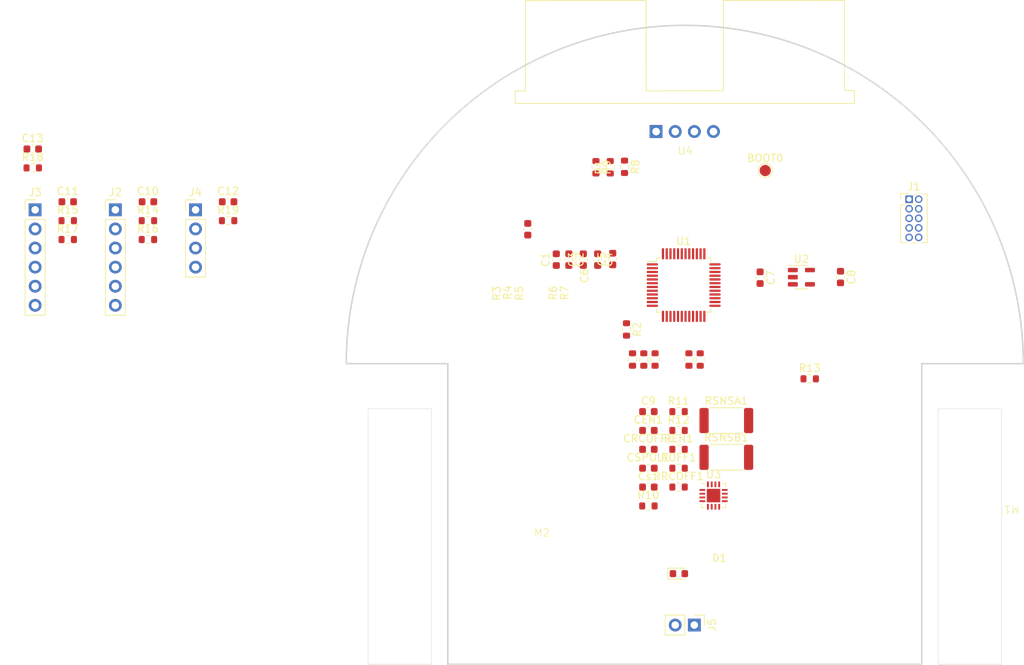
<source format=kicad_pcb>
(kicad_pcb (version 20221018) (generator pcbnew)
  (layers (0 "F.Cu" signal) (31 "B.Cu" signal) (34 "B.Paste" user) (35 "F.Paste" user) (36 "B.SilkS" user "B.Silkscreen") (37 "F.SilkS" user "F.Silkscreen") (38 "B.Mask" user) (39 "F.Mask" user) (44 "Edge.Cuts" user))
  (net 0 "")
  (net 1 "+3.3V")
  (net 2 "GND")
  (net 3 "+BATT")
  (net 4 "/mcu/IN_B2")
  (net 5 "/mcu/BOOT0")
  (net 6 "Net-(U1-PA2)")
  (net 7 "Net-(U2-EN)")
  (net 8 "Net-(U1-PA3)")
  (net 9 "/mcu/TIM15_CH2")
  (net 10 "Net-(U1-PA4)")
  (net 11 "/mcu/OUT_A4")
  (net 12 "Net-(U1-PA5)")
  (net 13 "/mcu/OUT_A5")
  (net 14 "/motor_control/STBY_RESET")
  (net 15 "Net-(U1-PB0)")
  (net 16 "/mcu/OUT_B1")
  (net 17 "Net-(U1-PB1)")
  (net 18 "Net-(U1-PB6)")
  (net 19 "/mcu/OUT_B9")
  (net 20 "Net-(U1-PB9)")
  (net 21 "/mcu/TIM3_CH1")
  (net 22 "/mcu/TIM2_CH1")
  (net 23 "/mcu/TIM3_CH2")
  (net 24 "/mcu/TIM2_CH2")
  (net 25 "/mcu/TIM8_CH2")
  (net 26 "Net-(U4-ECHO)")
  (net 32 "/mcu/~{RESET}")
  (net 44 "/mcu/SWDIO")
  (net 47 "/mcu/SWDCLK")
  (net 49 "/mcu/SWO")
  (net 52 "+3V3")
  (net 55 "Net-(CEN1-Pad1)")
  (net 56 "Net-(CRCOFF1-Pad1)")
  (net 57 "VS")
  (net 58 "Net-(CSPOL1-Pad2)")
  (net 59 "Net-(D1-A)")
  (net 60 "Net-(U3-REF)")
  (net 61 "VDD")
  (net 62 "Net-(U3-TOFF)")
  (net 63 "/motorB/MA")
  (net 64 "/motorA/MA")
  (net 66 "Net-(J2-Pin_3)")
  (net 67 "Net-(J2-Pin_4)")
  (net 68 "Net-(J3-Pin_3)")
  (net 69 "Net-(J3-Pin_4)")
  (net 70 "Net-(J4-Pin_3)")
  (net 71 "/external_uart/EXT_UART_RX")
  (net 72 "/external_uart/EXT_UART_TX")
  (footprint "Capacitor_SMD:C_0603_1608Metric" (layer "F.Cu") (at 160.01 88.565 -90)
    (fp_text reference "C7" (at 0 -1.43 90) (layer "F.SilkS"))
    (fp_text value "1uF")
    (fp_line (start -0.14058 -0.51) (end 0.14058 -0.51) (stroke (width 0.12)) (layer "F.SilkS"))
    (fp_line (start -0.14058 0.51) (end 0.14058 0.51) (stroke (width 0.12)) (layer "F.SilkS"))
    (pad "1" smd roundrect (at -0.775 0 270) (size 0.9 0.95) (layers "F.Cu" "F.Paste" "F.Mask") (net 7 "Net-(U2-EN)"))
    (pad "2" smd roundrect (at 0.775 0 270) (size 0.9 0.95) (layers "F.Cu" "F.Paste" "F.Mask") (net 2 "GND"))
  )
  (footprint "Package_QFP:LQFP-48_7x7mm_P0.5mm" (layer "F.Cu") (at 149.85 89.55)
    (fp_text reference "U1" (at 0 -5.85) (layer "F.SilkS"))
    (fp_text value "STM32F030C8Tx")
    (fp_line (start -3.61 -3.61) (end -3.61 -3.16) (stroke (width 0.12)) (layer "F.SilkS"))
    (fp_line (start -3.61 -3.16) (end -4.9 -3.16) (stroke (width 0.12)) (layer "F.SilkS"))
    (fp_line (start -3.61 3.61) (end -3.61 3.16) (stroke (width 0.12)) (layer "F.SilkS"))
    (fp_line (start -3.16 -3.61) (end -3.61 -3.61) (stroke (width 0.12)) (layer "F.SilkS"))
    (fp_line (start -3.16 3.61) (end -3.61 3.61) (stroke (width 0.12)) (layer "F.SilkS"))
    (fp_line (start 3.16 -3.61) (end 3.61 -3.61) (stroke (width 0.12)) (layer "F.SilkS"))
    (fp_line (start 3.16 3.61) (end 3.61 3.61) (stroke (width 0.12)) (layer "F.SilkS"))
    (fp_line (start 3.61 -3.61) (end 3.61 -3.16) (stroke (width 0.12)) (layer "F.SilkS"))
    (fp_line (start 3.61 3.61) (end 3.61 3.16) (stroke (width 0.12)) (layer "F.SilkS"))
    (pad "1" smd roundrect (at -4.1625 -2.75) (size 1.475 0.3) (layers "F.Cu" "F.Paste" "F.Mask") (net 1 "+3.3V"))
    (pad "2" smd roundrect (at -4.1625 -2.25) (size 1.475 0.3) (layers "F.Cu" "F.Paste" "F.Mask"))
    (pad "3" smd roundrect (at -4.1625 -1.75) (size 1.475 0.3) (layers "F.Cu" "F.Paste" "F.Mask"))
    (pad "4" smd roundrect (at -4.1625 -1.25) (size 1.475 0.3) (layers "F.Cu" "F.Paste" "F.Mask"))
    (pad "5" smd roundrect (at -4.1625 -0.75) (size 1.475 0.3) (layers "F.Cu" "F.Paste" "F.Mask"))
    (pad "6" smd roundrect (at -4.1625 -0.25) (size 1.475 0.3) (layers "F.Cu" "F.Paste" "F.Mask"))
    (pad "7" smd roundrect (at -4.1625 0.25) (size 1.475 0.3) (layers "F.Cu" "F.Paste" "F.Mask") (net 32 "/mcu/~{RESET}"))
    (pad "8" smd roundrect (at -4.1625 0.75) (size 1.475 0.3) (layers "F.Cu" "F.Paste" "F.Mask") (net 2 "GND"))
    (pad "9" smd roundrect (at -4.1625 1.25) (size 1.475 0.3) (layers "F.Cu" "F.Paste" "F.Mask") (net 1 "+3.3V"))
    (pad "10" smd roundrect (at -4.1625 1.75) (size 1.475 0.3) (layers "F.Cu" "F.Paste" "F.Mask") (net 22 "/mcu/TIM2_CH1"))
    (pad "11" smd roundrect (at -4.1625 2.25) (size 1.475 0.3) (layers "F.Cu" "F.Paste" "F.Mask") (net 24 "/mcu/TIM2_CH2"))
    (pad "12" smd roundrect (at -4.1625 2.75) (size 1.475 0.3) (layers "F.Cu" "F.Paste" "F.Mask") (net 6 "Net-(U1-PA2)"))
    (pad "13" smd roundrect (at -2.75 4.1625) (size 0.3 1.475) (layers "F.Cu" "F.Paste" "F.Mask") (net 8 "Net-(U1-PA3)"))
    (pad "14" smd roundrect (at -2.25 4.1625) (size 0.3 1.475) (layers "F.Cu" "F.Paste" "F.Mask") (net 10 "Net-(U1-PA4)"))
    (pad "15" smd roundrect (at -1.75 4.1625) (size 0.3 1.475) (layers "F.Cu" "F.Paste" "F.Mask") (net 12 "Net-(U1-PA5)"))
    (pad "16" smd roundrect (at -1.25 4.1625) (size 0.3 1.475) (layers "F.Cu" "F.Paste" "F.Mask") (net 21 "/mcu/TIM3_CH1"))
    (pad "17" smd roundrect (at -0.75 4.1625) (size 0.3 1.475) (layers "F.Cu" "F.Paste" "F.Mask") (net 23 "/mcu/TIM3_CH2"))
    (pad "18" smd roundrect (at -0.25 4.1625) (size 0.3 1.475) (layers "F.Cu" "F.Paste" "F.Mask") (net 15 "Net-(U1-PB0)"))
    (pad "19" smd roundrect (at 0.25 4.1625) (size 0.3 1.475) (layers "F.Cu" "F.Paste" "F.Mask") (net 17 "Net-(U1-PB1)"))
    (pad "20" smd roundrect (at 0.75 4.1625) (size 0.3 1.475) (layers "F.Cu" "F.Paste" "F.Mask") (net 4 "/mcu/IN_B2"))
    (pad "21" smd roundrect (at 1.25 4.1625) (size 0.3 1.475) (layers "F.Cu" "F.Paste" "F.Mask"))
    (pad "22" smd roundrect (at 1.75 4.1625) (size 0.3 1.475) (layers "F.Cu" "F.Paste" "F.Mask"))
    (pad "23" smd roundrect (at 2.25 4.1625) (size 0.3 1.475) (layers "F.Cu" "F.Paste" "F.Mask") (net 2 "GND"))
    (pad "24" smd roundrect (at 2.75 4.1625) (size 0.3 1.475) (layers "F.Cu" "F.Paste" "F.Mask") (net 1 "+3.3V"))
    (pad "25" smd roundrect (at 4.1625 2.75) (size 1.475 0.3) (layers "F.Cu" "F.Paste" "F.Mask"))
    (pad "26" smd roundrect (at 4.1625 2.25) (size 1.475 0.3) (layers "F.Cu" "F.Paste" "F.Mask"))
    (pad "27" smd roundrect (at 4.1625 1.75) (size 1.475 0.3) (layers "F.Cu" "F.Paste" "F.Mask"))
    (pad "28" smd roundrect (at 4.1625 1.25) (size 1.475 0.3) (layers "F.Cu" "F.Paste" "F.Mask"))
    (pad "29" smd roundrect (at 4.1625 0.75) (size 1.475 0.3) (layers "F.Cu" "F.Paste" "F.Mask"))
    (pad "30" smd roundrect (at 4.1625 0.25) (size 1.475 0.3) (layers "F.Cu" "F.Paste" "F.Mask"))
    (pad "31" smd roundrect (at 4.1625 -0.25) (size 1.475 0.3) (layers "F.Cu" "F.Paste" "F.Mask"))
    (pad "32" smd roundrect (at 4.1625 -0.75) (size 1.475 0.3) (layers "F.Cu" "F.Paste" "F.Mask"))
    (pad "33" smd roundrect (at 4.1625 -1.25) (size 1.475 0.3) (layers "F.Cu" "F.Paste" "F.Mask"))
    (pad "34" smd roundrect (at 4.1625 -1.75) (size 1.475 0.3) (layers "F.Cu" "F.Paste" "F.Mask") (net 44 "/mcu/SWDIO"))
    (pad "35" smd roundrect (at 4.1625 -2.25) (size 1.475 0.3) (layers "F.Cu" "F.Paste" "F.Mask"))
    (pad "36" smd roundrect (at 4.1625 -2.75) (size 1.475 0.3) (layers "F.Cu" "F.Paste" "F.Mask"))
    (pad "37" smd roundrect (at 2.75 -4.1625) (size 0.3 1.475) (layers "F.Cu" "F.Paste" "F.Mask") (net 47 "/mcu/SWDCLK"))
    (pad "38" smd roundrect (at 2.25 -4.1625) (size 0.3 1.475) (layers "F.Cu" "F.Paste" "F.Mask"))
    (pad "39" smd roundrect (at 1.75 -4.1625) (size 0.3 1.475) (layers "F.Cu" "F.Paste" "F.Mask") (net 49 "/mcu/SWO"))
    (pad "40" smd roundrect (at 1.25 -4.1625) (size 0.3 1.475) (layers "F.Cu" "F.Paste" "F.Mask"))
    (pad "41" smd roundrect (at 0.75 -4.1625) (size 0.3 1.475) (layers "F.Cu" "F.Paste" "F.Mask"))
    (pad "42" smd roundrect (at 0.25 -4.1625) (size 0.3 1.475) (layers "F.Cu" "F.Paste" "F.Mask") (net 18 "Net-(U1-PB6)"))
    (pad "43" smd roundrect (at -0.25 -4.1625) (size 0.3 1.475) (layers "F.Cu" "F.Paste" "F.Mask") (net 72 "/external_uart/EXT_UART_TX"))
    (pad "44" smd roundrect (at -0.75 -4.1625) (size 0.3 1.475) (layers "F.Cu" "F.Paste" "F.Mask") (net 5 "/mcu/BOOT0"))
    (pad "45" smd roundrect (at -1.25 -4.1625) (size 0.3 1.475) (layers "F.Cu" "F.Paste" "F.Mask") (net 25 "/mcu/TIM8_CH2"))
    (pad "46" smd roundrect (at -1.75 -4.1625) (size 0.3 1.475) (layers "F.Cu" "F.Paste" "F.Mask") (net 20 "Net-(U1-PB9)"))
    (pad "47" smd roundrect (at -2.25 -4.1625) (size 0.3 1.475) (layers "F.Cu" "F.Paste" "F.Mask") (net 2 "GND"))
    (pad "48" smd roundrect (at -2.75 -4.1625) (size 0.3 1.475) (layers "F.Cu" "F.Paste" "F.Mask") (net 1 "+3.3V"))
  )
  (footprint "Resistor_SMD:R_0603_1608Metric" (layer "F.Cu") (at 140.09 73.875 90)
    (fp_text reference "R1" (at 0 -1.43 90) (layer "F.SilkS"))
    (fp_text value "10k")
    (fp_line (start -0.237258 -0.5225) (end 0.237258 -0.5225) (stroke (width 0.12)) (layer "F.SilkS"))
    (fp_line (start -0.237258 0.5225) (end 0.237258 0.5225) (stroke (width 0.12)) (layer "F.SilkS"))
    (pad "1" smd roundrect (at -0.825 0 90) (size 0.8 0.95) (layers "F.Cu" "F.Paste" "F.Mask") (net 5 "/mcu/BOOT0"))
    (pad "2" smd roundrect (at 0.825 0 90) (size 0.8 0.95) (layers "F.Cu" "F.Paste" "F.Mask") (net 2 "GND"))
  )
  (footprint "minimouse:N20_with_encoder" (layer "F.Cu") (at 131 123)
    (fp_text reference "M2" (at 0 -0.5 unlocked) (layer "F.SilkS") (effects (font (thickness 0.1))))
    (fp_text value "N20_encoder")
    (fp_rect (start -23.1 -17) (end -14.67 17) (stroke (width 0.05)) (fill none) (layer "Edge.Cuts"))
    (pad "" np_thru_hole circle locked (at 0 -9) (size 1 1) (drill 2.2) (layers "F&B.Cu" "*.Mask"))
    (pad "" np_thru_hole circle locked (at 0 9) (size 1 1) (drill 2.2) (layers "F&B.Cu" "*.Mask"))
  )
  (footprint "Resistor_SMD:R_0603_1608Metric" (layer "F.Cu") (at 145.1625 118.93)
    (fp_text reference "R10" (at 0 -1.43) (layer "F.SilkS"))
    (fp_text value "10K")
    (fp_line (start -0.237258 -0.5225) (end 0.237258 -0.5225) (stroke (width 0.12)) (layer "F.SilkS"))
    (fp_line (start -0.237258 0.5225) (end 0.237258 0.5225) (stroke (width 0.12)) (layer "F.SilkS"))
    (pad "1" smd roundrect (at -0.825 0) (size 0.8 0.95) (layers "F.Cu" "F.Paste" "F.Mask") (net 3 "+BATT"))
    (pad "2" smd roundrect (at 0.825 0) (size 0.8 0.95) (layers "F.Cu" "F.Paste" "F.Mask") (net 60 "Net-(U3-REF)"))
  )
  (footprint "LED_SMD:LED_0603_1608Metric" (layer "F.Cu") (at 149.2125 127.94)
    (fp_text reference "D1" (at 5.385 -2.07) (layer "F.SilkS"))
    (fp_text value "LED")
    (fp_line (start -1.485 -0.735) (end -1.485 0.735) (stroke (width 0.12)) (layer "F.SilkS"))
    (fp_line (start -1.485 0.735) (end 0.8 0.735) (stroke (width 0.12)) (layer "F.SilkS"))
    (fp_line (start 0.8 -0.735) (end -1.485 -0.735) (stroke (width 0.12)) (layer "F.SilkS"))
    (pad "1" smd roundrect (at -0.7875 0) (size 0.875 0.95) (layers "F.Cu" "F.Paste" "F.Mask") (net 2 "GND"))
    (pad "2" smd roundrect (at 0.7875 0) (size 0.875 0.95) (layers "F.Cu" "F.Paste" "F.Mask") (net 59 "Net-(D1-A)"))
  )
  (footprint "Capacitor_SMD:C_0603_1608Metric" (layer "F.Cu") (at 67.975 78.47)
    (fp_text reference "C11" (at 0 -1.43) (layer "F.SilkS"))
    (fp_text value "2.2u")
    (fp_line (start -0.14058 -0.51) (end 0.14058 -0.51) (stroke (width 0.12)) (layer "F.SilkS"))
    (fp_line (start -0.14058 0.51) (end 0.14058 0.51) (stroke (width 0.12)) (layer "F.SilkS"))
    (pad "1" smd roundrect (at -0.775 0) (size 0.9 0.95) (layers "F.Cu" "F.Paste" "F.Mask") (net 3 "+BATT"))
    (pad "2" smd roundrect (at 0.775 0) (size 0.9 0.95) (layers "F.Cu" "F.Paste" "F.Mask") (net 2 "GND"))
  )
  (footprint "TestPoint:TestPoint_Pad_D1.5mm" (layer "F.Cu") (at 160.69 74.31)
    (fp_text reference "BOOT0" (at 0 -1.648) (layer "F.SilkS"))
    (fp_text value "TestPoint")
    (fp_circle (center 0 0) (end 0 0.95) (stroke (width 0.12)) (fill none) (layer "F.SilkS"))
    (pad "1" smd circle (at 0 0) (size 1.5 1.5) (layers "F.Cu" "F.Mask") (net 5 "/mcu/BOOT0"))
  )
  (footprint "Resistor_SMD:R_0603_1608Metric" (layer "F.Cu") (at 166.605 102.02)
    (fp_text reference "R13" (at 0 -1.43) (layer "F.SilkS"))
    (fp_text value "R")
    (fp_line (start -0.237258 -0.5225) (end 0.237258 -0.5225) (stroke (width 0.12)) (layer "F.SilkS"))
    (fp_line (start -0.237258 0.5225) (end 0.237258 0.5225) (stroke (width 0.12)) (layer "F.SilkS"))
    (pad "1" smd roundrect (at -0.825 0) (size 0.8 0.95) (layers "F.Cu" "F.Paste" "F.Mask") (net 1 "+3.3V"))
    (pad "2" smd roundrect (at 0.825 0) (size 0.8 0.95) (layers "F.Cu" "F.Paste" "F.Mask") (net 59 "Net-(D1-A)"))
  )
  (footprint "Resistor_SMD:R_0603_1608Metric" (layer "F.Cu") (at 78.635 80.98)
    (fp_text reference "R14" (at 0 -1.43) (layer "F.SilkS"))
    (fp_text value "100")
    (fp_line (start -0.237258 -0.5225) (end 0.237258 -0.5225) (stroke (width 0.12)) (layer "F.SilkS"))
    (fp_line (start -0.237258 0.5225) (end 0.237258 0.5225) (stroke (width 0.12)) (layer "F.SilkS"))
    (pad "1" smd roundrect (at -0.825 0) (size 0.8 0.95) (layers "F.Cu" "F.Paste" "F.Mask") (net 21 "/mcu/TIM3_CH1"))
    (pad "2" smd roundrect (at 0.825 0) (size 0.8 0.95) (layers "F.Cu" "F.Paste" "F.Mask") (net 66 "Net-(J2-Pin_3)"))
  )
  (footprint "Connector_PinHeader_2.54mm:PinHeader_1x06_P2.54mm_Vertical" (layer "F.Cu") (at 63.645 79.54)
    (fp_text reference "J3" (at 0 -2.33) (layer "F.SilkS"))
    (fp_text value "Conn_01x06")
    (fp_line (start -1.33 -1.33) (end 0 -1.33) (stroke (width 0.12)) (layer "F.SilkS"))
    (fp_line (start -1.33 0) (end -1.33 -1.33) (stroke (width 0.12)) (layer "F.SilkS"))
    (fp_line (start -1.33 1.27) (end -1.33 14.03) (stroke (width 0.12)) (layer "F.SilkS"))
    (fp_line (start -1.33 1.27) (end 1.33 1.27) (stroke (width 0.12)) (layer "F.SilkS"))
    (fp_line (start -1.33 14.03) (end 1.33 14.03) (stroke (width 0.12)) (layer "F.SilkS"))
    (fp_line (start 1.33 1.27) (end 1.33 14.03) (stroke (width 0.12)) (layer "F.SilkS"))
    (pad "1" thru_hole rect (at 0 0) (size 1.7 1.7) (drill 1) (layers "*.Cu" "*.Mask") (net 63 "/motorB/MA"))
    (pad "2" thru_hole oval (at 0 2.54) (size 1.7 1.7) (drill 1) (layers "*.Cu" "*.Mask") (net 2 "GND"))
    (pad "3" thru_hole oval (at 0 5.08) (size 1.7 1.7) (drill 1) (layers "*.Cu" "*.Mask") (net 68 "Net-(J3-Pin_3)"))
    (pad "4" thru_hole oval (at 0 7.62) (size 1.7 1.7) (drill 1) (layers "*.Cu" "*.Mask") (net 69 "Net-(J3-Pin_4)"))
    (pad "5" thru_hole oval (at 0 10.16) (size 1.7 1.7) (drill 1) (layers "*.Cu" "*.Mask") (net 1 "+3.3V"))
    (pad "6" thru_hole oval (at 0 12.7) (size 1.7 1.7) (drill 1) (layers "*.Cu" "*.Mask") (net 63 "/motorB/MA"))
  )
  (footprint "Resistor_SMD:R_0603_1608Metric" (layer "F.Cu") (at 144.55 99.45 -90)
    (fp_text reference "R4" (at -8.9 18.1 90) (layer "F.SilkS"))
    (fp_text value "100")
    (fp_line (start -0.237258 -0.5225) (end 0.237258 -0.5225) (stroke (width 0.12)) (layer "F.SilkS"))
    (fp_line (start -0.237258 0.5225) (end 0.237258 0.5225) (stroke (width 0.12)) (layer "F.SilkS"))
    (pad "1" smd roundrect (at -0.825 0 270) (size 0.8 0.95) (layers "F.Cu" "F.Paste" "F.Mask") (net 10 "Net-(U1-PA4)"))
    (pad "2" smd roundrect (at 0.825 0 270) (size 0.8 0.95) (layers "F.Cu" "F.Paste" "F.Mask") (net 11 "/mcu/OUT_A4"))
  )
  (footprint "Capacitor_SMD:C_0603_1608Metric" (layer "F.Cu") (at 138.42 86.165 -90)
    (fp_text reference "C4" (at 0 -1.43 90) (layer "F.SilkS"))
    (fp_text value "0.1uF")
    (fp_line (start -0.14058 -0.51) (end 0.14058 -0.51) (stroke (width 0.12)) (layer "F.SilkS"))
    (fp_line (start -0.14058 0.51) (end 0.14058 0.51) (stroke (width 0.12)) (layer "F.SilkS"))
    (pad "1" smd roundrect (at -0.775 0 270) (size 0.9 0.95) (layers "F.Cu" "F.Paste" "F.Mask") (net 1 "+3.3V"))
    (pad "2" smd roundrect (at 0.775 0 270) (size 0.9 0.95) (layers "F.Cu" "F.Paste" "F.Mask") (net 2 "GND"))
  )
  (footprint "Resistor_SMD:R_0603_1608Metric" (layer "F.Cu") (at 149.1725 111.4)
    (fp_text reference "REN1" (at 0 -1.43) (layer "F.SilkS"))
    (fp_text value "18K")
    (fp_line (start -0.237258 -0.5225) (end 0.237258 -0.5225) (stroke (width 0.12)) (layer "F.SilkS"))
    (fp_line (start -0.237258 0.5225) (end 0.237258 0.5225) (stroke (width 0.12)) (layer "F.SilkS"))
    (pad "1" smd roundrect (at -0.825 0) (size 0.8 0.95) (layers "F.Cu" "F.Paste" "F.Mask") (net 16 "/mcu/OUT_B1"))
    (pad "2" smd roundrect (at 0.825 0) (size 0.8 0.95) (layers "F.Cu" "F.Paste" "F.Mask") (net 55 "Net-(CEN1-Pad1)"))
  )
  (footprint "Resistor_SMD:R_0603_1608Metric" (layer "F.Cu") (at 138.19 73.875 -90)
    (fp_text reference "R9" (at 0 -1.43 90) (layer "F.SilkS"))
    (fp_text value "100")
    (fp_line (start -0.237258 -0.5225) (end 0.237258 -0.5225) (stroke (width 0.12)) (layer "F.SilkS"))
    (fp_line (start -0.237258 0.5225) (end 0.237258 0.5225) (stroke (width 0.12)) (layer "F.SilkS"))
    (pad "1" smd roundrect (at -0.825 0 270) (size 0.8 0.95) (layers "F.Cu" "F.Paste" "F.Mask") (net 19 "/mcu/OUT_B9"))
    (pad "2" smd roundrect (at 0.825 0 270) (size 0.8 0.95) (layers "F.Cu" "F.Paste" "F.Mask") (net 20 "Net-(U1-PB9)"))
  )
  (footprint "minimouse:HC-SR04" (layer "F.Cu") (at 150 69.125)
    (fp_text reference "U4" (at 0.06 2.57 unlocked) (layer "F.SilkS") (effects (font (thickness 0.1))))
    (fp_text value "HC-SR04")
    (fp_line (start -22.54 -5.41) (end -22.54 -3.75) (stroke (width 0.1)) (layer "F.SilkS"))
    (fp_line (start -22.54 -3.75) (end 22.54 -3.73) (stroke (width 0.1)) (layer "F.SilkS"))
    (fp_line (start -21.18 -17.41) (end -21.17 -5.41) (stroke (width 0.1)) (layer "F.SilkS"))
    (fp_line (start -21.17 -5.41) (end -22.54 -5.41) (stroke (width 0.1)) (layer "F.SilkS"))
    (fp_line (start -5.13 -17.42) (end -21.18 -17.41) (stroke (width 0.1)) (layer "F.SilkS"))
    (fp_line (start -5.12 -5.42) (end -5.13 -17.42) (stroke (width 0.1)) (layer "F.SilkS"))
    (fp_line (start 5.12 -17.44) (end 5.14 -5.43) (stroke (width 0.1)) (layer "F.SilkS"))
    (fp_line (start 5.14 -5.43) (end -5.12 -5.42) (stroke (width 0.1)) (layer "F.SilkS"))
    (fp_line (start 21.21 -17.45) (end 5.12 -17.44) (stroke (width 0.1)) (layer "F.SilkS"))
    (fp_line (start 21.21 -5.45) (end 21.21 -17.45) (stroke (width 0.1)) (layer "F.SilkS"))
    (fp_line (start 22.53 -5.45) (end 21.21 -5.45) (stroke (width 0.1)) (layer "F.SilkS"))
    (fp_line (start 22.54 -3.73) (end 22.53 -5.45) (stroke (width 0.1)) (layer "F.SilkS"))
    (pad "1" thru_hole rect locked (at -3.81 0 90) (size 1.7 1.7) (drill 1) (layers "*.Cu" "*.Mask") (net 2 "GND"))
    (pad "2" thru_hole oval locked (at -1.27 0 90) (size 1.7 1.7) (drill 1) (layers "*.Cu" "*.Mask") (net 19 "/mcu/OUT_B9"))
    (pad "3" thru_hole oval locked (at 1.27 0 90) (size 1.7 1.7) (drill 1) (layers "*.Cu" "*.Mask") (net 26 "Net-(U4-ECHO)"))
    (pad "4" thru_hole oval locked (at 3.81 0 90) (size 1.7 1.7) (drill 1) (layers "*.Cu" "*.Mask") (net 52 "+3V3"))
  )
  (footprint "Package_DFN_QFN:VQFN-16-1EP_3x3mm_P0.5mm_EP1.8x1.8mm" (layer "F.Cu") (at 153.8225 117.55)
    (fp_text reference "U3" (at 0 -2.82) (layer "F.SilkS"))
    (fp_text value "STSPIN240")
    (fp_line (start -1.61 1.61) (end -1.61 1.135) (stroke (width 0.12)) (layer "F.SilkS"))
    (fp_line (start -1.135 -1.61) (end -1.61 -1.61) (stroke (width 0.12)) (layer "F.SilkS"))
    (fp_line (start -1.135 1.61) (end -1.61 1.61) (stroke (width 0.12)) (layer "F.SilkS"))
    (fp_line (start 1.135 -1.61) (end 1.61 -1.61) (stroke (width 0.12)) (layer "F.SilkS"))
    (fp_line (start 1.135 1.61) (end 1.61 1.61) (stroke (width 0.12)) (layer "F.SilkS"))
    (fp_line (start 1.61 -1.61) (end 1.61 -1.135) (stroke (width 0.12)) (layer "F.SilkS"))
    (fp_line (start 1.61 1.61) (end 1.61 1.135) (stroke (width 0.12)) (layer "F.SilkS"))
    (pad "1" smd roundrect (at -1.4875 -0.75) (size 0.775 0.25) (layers "F.Cu" "F.Paste" "F.Mask") (net 11 "/mcu/OUT_A4"))
    (pad "2" smd roundrect (at -1.4875 -0.25) (size 0.775 0.25) (layers "F.Cu" "F.Paste" "F.Mask") (net 11 "/mcu/OUT_A4"))
    (pad "3" smd roundrect (at -1.4875 0.25) (size 0.775 0.25) (layers "F.Cu" "F.Paste" "F.Mask") (net 63 "/motorB/MA"))
    (pad "4" smd roundrect (at -1.4875 0.75) (size 0.775 0.25) (layers "F.Cu" "F.Paste" "F.Mask") (net 63 "/motorB/MA"))
    (pad "5" smd roundrect (at -0.75 1.4875) (size 0.25 0.775) (layers "F.Cu" "F.Paste" "F.Mask") (net 63 "/motorB/MA"))
    (pad "6" smd roundrect (at -0.25 1.4875) (size 0.25 0.775) (layers "F.Cu" "F.Paste" "F.Mask") (net 57 "VS"))
    (pad "7" smd roundrect (at 0.25 1.4875) (size 0.25 0.775) (layers "F.Cu" "F.Paste" "F.Mask") (net 2 "GND"))
    (pad "8" smd roundrect (at 0.75 1.4875) (size 0.25 0.775) (layers "F.Cu" "F.Paste" "F.Mask") (net 64 "/motorA/MA"))
    (pad "9" smd roundrect (at 1.4875 0.75) (size 0.775 0.25) (layers "F.Cu" "F.Paste" "F.Mask") (net 64 "/motorA/MA"))
    (pad "10" smd roundrect (at 1.4875 0.25) (size 0.775 0.25) (layers "F.Cu" "F.Paste" "F.Mask") (net 64 "/motorA/MA"))
    (pad "11" smd roundrect (at 1.4875 -0.25) (size 0.775 0.25) (layers "F.Cu" "F.Paste" "F.Mask") (net 60 "Net-(U3-REF)"))
    (pad "12" smd roundrect (at 1.4875 -0.75) (size 0.775 0.25) (layers "F.Cu" "F.Paste" "F.Mask") (net 62 "Net-(U3-TOFF)"))
    (pad "13" smd roundrect (at 0.75 -1.4875) (size 0.25 0.775) (layers "F.Cu" "F.Paste" "F.Mask") (net 4 "/mcu/IN_B2"))
    (pad "14" smd roundrect (at 0.25 -1.4875) (size 0.25 0.775) (layers "F.Cu" "F.Paste" "F.Mask") (net 14 "/motor_control/STBY_RESET"))
    (pad "15" smd roundrect (at -0.25 -1.4875) (size 0.25 0.775) (layers "F.Cu" "F.Paste" "F.Mask") (net 13 "/mcu/OUT_A5"))
    (pad "16" smd roundrect (at -0.75 -1.4875) (size 0.25 0.775) (layers "F.Cu" "F.Paste" "F.Mask") (net 9 "/mcu/TIM15_CH2"))
    (pad "17" smd rect (at 0 0) (size 1.8 1.8) (layers "F.Cu" "F.Mask") (net 2 "GND"))
  )
  (footprint "Resistor_SMD:R_0603_1608Metric" (layer "F.Cu") (at 67.975 80.98)
    (fp_text reference "R15" (at 0 -1.43) (layer "F.SilkS"))
    (fp_text value "100")
    (fp_line (start -0.237258 -0.5225) (end 0.237258 -0.5225) (stroke (width 0.12)) (layer "F.SilkS"))
    (fp_line (start -0.237258 0.5225) (end 0.237258 0.5225) (stroke (width 0.12)) (layer "F.SilkS"))
    (pad "1" smd roundrect (at -0.825 0) (size 0.8 0.95) (layers "F.Cu" "F.Paste" "F.Mask") (net 22 "/mcu/TIM2_CH1"))
    (pad "2" smd roundrect (at 0.825 0) (size 0.8 0.95) (layers "F.Cu" "F.Paste" "F.Mask") (net 68 "Net-(J3-Pin_3)"))
  )
  (footprint "Capacitor_SMD:C_0603_1608Metric" (layer "F.Cu") (at 140.42 86.085 90)
    (fp_text reference "C5" (at 0 -1.43 90) (layer "F.SilkS"))
    (fp_text value "0.1uF")
    (fp_line (start -0.14058 -0.51) (end 0.14058 -0.51) (stroke (width 0.12)) (layer "F.SilkS"))
    (fp_line (start -0.14058 0.51) (end 0.14058 0.51) (stroke (width 0.12)) (layer "F.SilkS"))
    (pad "1" smd roundrect (at -0.775 0 90) (size 0.9 0.95) (layers "F.Cu" "F.Paste" "F.Mask") (net 1 "+3.3V"))
    (pad "2" smd roundrect (at 0.775 0 90) (size 0.9 0.95) (layers "F.Cu" "F.Paste" "F.Mask") (net 2 "GND"))
  )
  (footprint "minimouse:N20_with_encoder" (layer "F.Cu") (at 169 123 180)
    (fp_text reference "M1" (at -24.45 3.6 180 unlocked) (layer "F.SilkS") (effects (font (thickness 0.1))))
    (fp_text value "N20_encoder")
    (fp_rect (start -23.1 -17) (end -14.67 17) (stroke (width 0.05)) (fill none) (layer "Edge.Cuts"))
    (pad "" np_thru_hole circle locked (at 0 -9 180) (size 1 1) (drill 2.2) (layers "F&B.Cu" "*.Mask"))
    (pad "" np_thru_hole circle locked (at 0 9 180) (size 1 1) (drill 2.2) (layers "F&B.Cu" "*.Mask"))
  )
  (footprint "Resistor_SMD:R_0603_1608Metric" (layer "F.Cu") (at 89.295 80.98)
    (fp_text reference "R19" (at 0 -1.43) (layer "F.SilkS"))
    (fp_text value "100")
    (fp_line (start -0.237258 -0.5225) (end 0.237258 -0.5225) (stroke (width 0.12)) (layer "F.SilkS"))
    (fp_line (start -0.237258 0.5225) (end 0.237258 0.5225) (stroke (width 0.12)) (layer "F.SilkS"))
    (pad "1" smd roundrect (at -0.825 0) (size 0.8 0.95) (layers "F.Cu" "F.Paste" "F.Mask") (net 72 "/external_uart/EXT_UART_TX"))
    (pad "2" smd roundrect (at 0.825 0) (size 0.8 0.95) (layers "F.Cu" "F.Paste" "F.Mask") (net 70 "Net-(J4-Pin_3)"))
  )
  (footprint "Resistor_SMD:R_0603_1608Metric" (layer "F.Cu") (at 149.1725 113.91)
    (fp_text reference "ROFF1" (at 0 -1.43) (layer "F.SilkS"))
    (fp_text value "47K")
    (fp_line (start -0.237258 -0.5225) (end 0.237258 -0.5225) (stroke (width 0.12)) (layer "F.SilkS"))
    (fp_line (start -0.237258 0.5225) (end 0.237258 0.5225) (stroke (width 0.12)) (layer "F.SilkS"))
    (pad "1" smd roundrect (at -0.825 0) (size 0.8 0.95) (layers "F.Cu" "F.Paste" "F.Mask") (net 62 "Net-(U3-TOFF)"))
    (pad "2" smd roundrect (at 0.825 0) (size 0.8 0.95) (layers "F.Cu" "F.Paste" "F.Mask") (net 2 "GND"))
  )
  (footprint "Resistor_SMD:R_0603_1608Metric" (layer "F.Cu") (at 63.325 73.96)
    (fp_text reference "R18" (at 0 -1.43) (layer "F.SilkS"))
    (fp_text value "100")
    (fp_line (start -0.237258 -0.5225) (end 0.237258 -0.5225) (stroke (width 0.12)) (layer "F.SilkS"))
    (fp_line (start -0.237258 0.5225) (end 0.237258 0.5225) (stroke (width 0.12)) (layer "F.SilkS"))
    (pad "1" smd roundrect (at -0.825 0) (size 0.8 0.95) (layers "F.Cu" "F.Paste" "F.Mask") (net 25 "/mcu/TIM8_CH2"))
    (pad "2" smd roundrect (at 0.825 0) (size 0.8 0.95) (layers "F.Cu" "F.Paste" "F.Mask") (net 26 "Net-(U4-ECHO)"))
  )
  (footprint "Resistor_SMD:R_2512_6332Metric" (layer "F.Cu") (at 155.5225 107.57)
    (fp_text reference "RSNSA1" (at 0 -2.62) (layer "F.SilkS"))
    (fp_text value "330 m")
    (fp_line (start -2.177064 -1.71) (end 2.177064 -1.71) (stroke (width 0.12)) (layer "F.SilkS"))
    (fp_line (start -2.177064 1.71) (end 2.177064 1.71) (stroke (width 0.12)) (layer "F.SilkS"))
    (pad "1" smd roundrect (at -2.9625 0) (size 1.225 3.35) (layers "F.Cu" "F.Paste" "F.Mask") (roundrect_rratio 0.204082) (net 63 "/motorB/MA"))
    (pad "2" smd roundrect (at 2.9625 0) (size 1.225 3.35) (layers "F.Cu" "F.Paste" "F.Mask") (roundrect_rratio 0.204082) (net 2 "GND"))
  )
  (footprint "Connector_PinHeader_2.54mm:PinHeader_1x02_P2.54mm_Vertical" (layer "F.Cu") (at 151.27 134.775 -90)
    (fp_text reference "J5" (at 0 -2.33 90) (layer "F.SilkS"))
    (fp_text value "Conn_01x02")
    (fp_line (start -1.33 -1.33) (end 0 -1.33) (stroke (width 0.12)) (layer "F.SilkS"))
    (fp_line (start -1.33 0) (end -1.33 -1.33) (stroke (width 0.12)) (layer "F.SilkS"))
    (fp_line (start -1.33 1.27) (end -1.33 3.87) (stroke (width 0.12)) (layer "F.SilkS"))
    (fp_line (start -1.33 1.27) (end 1.33 1.27) (stroke (width 0.12)) (layer "F.SilkS"))
    (fp_line (start -1.33 3.87) (end 1.33 3.87) (stroke (width 0.12)) (layer "F.SilkS"))
    (fp_line (start 1.33 1.27) (end 1.33 3.87) (stroke (width 0.12)) (layer "F.SilkS"))
    (pad "1" thru_hole rect locked (at 0 0 270) (size 1.7 1.7) (drill 1) (layers "*.Cu" "*.Mask") (net 2 "GND"))
    (pad "2" thru_hole oval locked (at 0 2.54 270) (size 1.7 1.7) (drill 1) (layers "*.Cu" "*.Mask") (net 3 "+BATT"))
  )
  (footprint "Capacitor_SMD:C_0603_1608Metric" (layer "F.Cu") (at 145.1625 108.89)
    (fp_text reference "CEN1" (at 0 -1.43) (layer "F.SilkS"))
    (fp_text value "10nF")
    (fp_line (start -0.14058 -0.51) (end 0.14058 -0.51) (stroke (width 0.12)) (layer "F.SilkS"))
    (fp_line (start -0.14058 0.51) (end 0.14058 0.51) (stroke (width 0.12)) (layer "F.SilkS"))
    (pad "1" smd roundrect (at -0.775 0) (size 0.9 0.95) (layers "F.Cu" "F.Paste" "F.Mask") (net 55 "Net-(CEN1-Pad1)"))
    (pad "2" smd roundrect (at 0.775 0) (size 0.9 0.95) (layers "F.Cu" "F.Paste" "F.Mask") (net 2 "GND"))
  )
  (footprint "Capacitor_SMD:C_0603_1608Metric" (layer "F.Cu") (at 78.635 78.47)
    (fp_text reference "C10" (at 0 -1.43) (layer "F.SilkS"))
    (fp_text value "2.2u")
    (fp_line (start -0.14058 -0.51) (end 0.14058 -0.51) (stroke (width 0.12)) (layer "F.SilkS"))
    (fp_line (start -0.14058 0.51) (end 0.14058 0.51) (stroke (width 0.12)) (layer "F.SilkS"))
    (pad "1" smd roundrect (at -0.775 0) (size 0.9 0.95) (layers "F.Cu" "F.Paste" "F.Mask") (net 3 "+BATT"))
    (pad "2" smd roundrect (at 0.775 0) (size 0.9 0.95) (layers "F.Cu" "F.Paste" "F.Mask") (net 2 "GND"))
  )
  (footprint "Capacitor_SMD:C_0603_1608Metric" (layer "F.Cu") (at 136.51 86.165 90)
    (fp_text reference "C3" (at 0 -1.43 90) (layer "F.SilkS"))
    (fp_text value "0.1uF")
    (fp_line (start -0.14058 -0.51) (end 0.14058 -0.51) (stroke (width 0.12)) (layer "F.SilkS"))
    (fp_line (start -0.14058 0.51) (end 0.14058 0.51) (stroke (width 0.12)) (layer "F.SilkS"))
    (pad "1" smd roundrect (at -0.775 0 90) (size 0.9 0.95) (layers "F.Cu" "F.Paste" "F.Mask") (net 1 "+3.3V"))
    (pad "2" smd roundrect (at 0.775 0 90) (size 0.9 0.95) (layers "F.Cu" "F.Paste" "F.Mask") (net 2 "GND"))
  )
  (footprint "Resistor_SMD:R_0603_1608Metric" (layer "F.Cu") (at 141.99 73.815 -90)
    (fp_text reference "R8" (at 0 -1.43 90) (layer "F.SilkS"))
    (fp_text value "100")
    (fp_line (start -0.237258 -0.5225) (end 0.237258 -0.5225) (stroke (width 0.12)) (layer "F.SilkS"))
    (fp_line (start -0.237258 0.5225) (end 0.237258 0.5225) (stroke (width 0.12)) (layer "F.SilkS"))
    (pad "1" smd roundrect (at -0.825 0 270) (size 0.8 0.95) (layers "F.Cu" "F.Paste" "F.Mask") (net 71 "/external_uart/EXT_UART_RX"))
    (pad "2" smd roundrect (at 0.825 0 270) (size 0.8 0.95) (layers "F.Cu" "F.Paste" "F.Mask") (net 18 "Net-(U1-PB6)"))
  )
  (footprint "Capacitor_SMD:C_0603_1608Metric" (layer "F.Cu") (at 63.325 71.45)
    (fp_text reference "C13" (at 0 -1.43) (layer "F.SilkS"))
    (fp_text value "2.2u")
    (fp_line (start -0.14058 -0.51) (end 0.14058 -0.51) (stroke (width 0.12)) (layer "F.SilkS"))
    (fp_line (start -0.14058 0.51) (end 0.14058 0.51) (stroke (width 0.12)) (layer "F.SilkS"))
    (pad "1" smd roundrect (at -0.775 0) (size 0.9 0.95) (layers "F.Cu" "F.Paste" "F.Mask") (net 1 "+3.3V"))
    (pad "2" smd roundrect (at 0.775 0) (size 0.9 0.95) (layers "F.Cu" "F.Paste" "F.Mask") (net 2 "GND"))
  )
  (footprint "Resistor_SMD:R_0603_1608Metric" (layer "F.Cu") (at 149.1725 108.89)
    (fp_text reference "R12" (at 0 -1.43) (layer "F.SilkS"))
    (fp_text value "R")
    (fp_line (start -0.237258 -0.5225) (end 0.237258 -0.5225) (stroke (width 0.12)) (layer "F.SilkS"))
    (fp_line (start -0.237258 0.5225) (end 0.237258 0.5225) (stroke (width 0.12)) (layer "F.SilkS"))
    (pad "1" smd roundrect (at -0.825 0) (size 0.8 0.95) (layers "F.Cu" "F.Paste" "F.Mask") (net 61 "VDD"))
    (pad "2" smd roundrect (at 0.825 0) (size 0.8 0.95) (layers "F.Cu" "F.Paste" "F.Mask") (net 14 "/motor_control/STBY_RESET"))
  )
  (footprint "Resistor_SMD:R_0603_1608Metric" (layer "F.Cu") (at 152.05 99.45 90)
    (fp_text reference "R7" (at 8.85 -18.05 90) (layer "F.SilkS"))
    (fp_text value "100")
    (fp_line (start -0.237258 -0.5225) (end 0.237258 -0.5225) (stroke (width 0.12)) (layer "F.SilkS"))
    (fp_line (start -0.237258 0.5225) (end 0.237258 0.5225) (stroke (width 0.12)) (layer "F.SilkS"))
    (pad "1" smd roundrect (at -0.825 0 90) (size 0.8 0.95) (layers "F.Cu" "F.Paste" "F.Mask") (net 16 "/mcu/OUT_B1"))
    (pad "2" smd roundrect (at 0.825 0 90) (size 0.8 0.95) (layers "F.Cu" "F.Paste" "F.Mask") (net 17 "Net-(U1-PB1)"))
  )
  (footprint "Resistor_SMD:R_0603_1608Metric" (layer "F.Cu") (at 142.25 95.45 -90)
    (fp_text reference "R2" (at 0 -1.43 -270) (layer "F.SilkS"))
    (fp_text value "100")
    (fp_line (start -0.237258 -0.5225) (end 0.237258 -0.5225) (stroke (width 0.12)) (layer "F.SilkS"))
    (fp_line (start -0.237258 0.5225) (end 0.237258 0.5225) (stroke (width 0.12)) (layer "F.SilkS"))
    (pad "1" smd roundrect (at -0.825 0 270) (size 0.8 0.95) (layers "F.Cu" "F.Paste" "F.Mask") (net 6 "Net-(U1-PA2)"))
    (pad "2" smd roundrect (at 0.825 0 270) (size 0.8 0.95) (layers "F.Cu" "F.Paste" "F.Mask") (net 11 "/mcu/OUT_A4"))
  )
  (footprint "Capacitor_SMD:C_0603_1608Metric" (layer "F.Cu") (at 145.1625 116.42)
    (fp_text reference "Cs1" (at 0 -1.43) (layer "F.SilkS"))
    (fp_text value "2.2uF")
    (fp_line (start -0.14058 -0.51) (end 0.14058 -0.51) (stroke (width 0.12)) (layer "F.SilkS"))
    (fp_line (start -0.14058 0.51) (end 0.14058 0.51) (stroke (width 0.12)) (layer "F.SilkS"))
    (pad "1" smd roundrect (at -0.775 0) (size 0.9 0.95) (layers "F.Cu" "F.Paste" "F.Mask") (net 57 "VS"))
    (pad "2" smd roundrect (at 0.775 0) (size 0.9 0.95) (layers "F.Cu" "F.Paste" "F.Mask") (net 58 "Net-(CSPOL1-Pad2)"))
  )
  (footprint "minimouse:HC-SR04" (layer "F.Cu") (at 150 69.125)
    (fp_text reference "U4" (at 0.06 2.57 unlocked) (layer "F.SilkS") (effects (font (thickness 0.1))))
    (fp_text value "HC-SR04")
    (fp_line (start -22.54 -5.41) (end -22.54 -3.75) (stroke (width 0.1)) (layer "F.SilkS"))
    (fp_line (start -22.54 -3.75) (end 22.54 -3.73) (stroke (width 0.1)) (layer "F.SilkS"))
    (fp_line (start -21.18 -17.41) (end -21.17 -5.41) (stroke (width 0.1)) (layer "F.SilkS"))
    (fp_line (start -21.17 -5.41) (end -22.54 -5.41) (stroke (width 0.1)) (layer "F.SilkS"))
    (fp_line (start -5.13 -17.42) (end -21.18 -17.41) (stroke (width 0.1)) (layer "F.SilkS"))
    (fp_line (start -5.12 -5.42) (end -5.13 -17.42) (stroke (width 0.1)) (layer "F.SilkS"))
    (fp_line (start 5.12 -17.44) (end 5.14 -5.43) (stroke (width 0.1)) (layer "F.SilkS"))
    (fp_line (start 5.14 -5.43) (end -5.12 -5.42) (stroke (width 0.1)) (layer "F.SilkS"))
    (fp_line (start 21.21 -17.45) (end 5.12 -17.44) (stroke (width 0.1)) (layer "F.SilkS"))
    (fp_line (start 21.21 -5.45) (end 21.21 -17.45) (stroke (width 0.1)) (layer "F.SilkS"))
    (fp_line (start 22.53 -5.45) (end 21.21 -5.45) (stroke (width 0.1)) (layer "F.SilkS"))
    (fp_line (start 22.54 -3.73) (end 22.53 -5.45) (stroke (width 0.1)) (layer "F.SilkS"))
    (pad "1" thru_hole rect (at -3.81 0 90) (size 1.7 1.7) (drill 1) (layers "*.Cu" "*.Mask") (net 2 "GND"))
    (pad "2" thru_hole oval (at -1.27 0 90) (size 1.7 1.7) (drill 1) (layers "*.Cu" "*.Mask") (net 19 "/mcu/OUT_B9"))
    (pad "3" thru_hole oval (at 1.27 0 90) (size 1.7 1.7) (drill 1) (layers "*.Cu" "*.Mask") (net 26 "Net-(U4-ECHO)"))
    (pad "4" thru_hole oval (at 3.81 0 90) (size 1.7 1.7) (drill 1) (layers "*.Cu" "*.Mask") (net 1 "+3.3V"))
  )
  (footprint "Resistor_SMD:R_0603_1608Metric" (layer "F.Cu") (at 143.05 99.45 -90)
    (fp_text reference "R3" (at -8.8 18.05 90) (layer "F.SilkS"))
    (fp_text value "100")
    (fp_line (start -0.237258 -0.5225) (end 0.237258 -0.5225) (stroke (width 0.12)) (layer "F.SilkS"))
    (fp_line (start -0.237258 0.5225) (end 0.237258 0.5225) (stroke (width 0.12)) (layer "F.SilkS"))
    (pad "1" smd roundrect (at -0.825 0 270) (size 0.8 0.95) (layers "F.Cu" "F.Paste" "F.Mask") (net 8 "Net-(U1-PA3)"))
    (pad "2" smd roundrect (at 0.825 0 270) (size 0.8 0.95) (layers "F.Cu" "F.Paste" "F.Mask") (net 9 "/mcu/TIM15_CH2"))
  )
  (footprint "Capacitor_SMD:C_0603_1608Metric" (layer "F.Cu") (at 134.59 86.165 -90)
    (fp_text reference "C2" (at 0 -1.43 90) (layer "F.SilkS"))
    (fp_text value "0.1uF")
    (fp_line (start -0.14058 -0.51) (end 0.14058 -0.51) (stroke (width 0.12)) (layer "F.SilkS"))
    (fp_line (start -0.14058 0.51) (end 0.14058 0.51) (stroke (width 0.12)) (layer "F.SilkS"))
    (pad "1" smd roundrect (at -0.775 0 270) (size 0.9 0.95) (layers "F.Cu" "F.Paste" "F.Mask") (net 1 "+3.3V"))
    (pad "2" smd roundrect (at 0.775 0 270) (size 0.9 0.95) (layers "F.Cu" "F.Paste" "F.Mask") (net 2 "GND"))
  )
  (footprint "Capacitor_SMD:C_0603_1608Metric" (layer "F.Cu") (at 132.92 86.165 90)
    (fp_text reference "C1" (at 0 -1.43 90) (layer "F.SilkS"))
    (fp_text value "2.2uF")
    (fp_line (start -0.14058 -0.51) (end 0.14058 -0.51) (stroke (width 0.12)) (layer "F.SilkS"))
    (fp_line (start -0.14058 0.51) (end 0.14058 0.51) (stroke (width 0.12)) (layer "F.SilkS"))
    (pad "1" smd roundrect (at -0.775 0 90) (size 0.9 0.95) (layers "F.Cu" "F.Paste" "F.Mask") (net 1 "+3.3V"))
    (pad "2" smd roundrect (at 0.775 0 90) (size 0.9 0.95) (layers "F.Cu" "F.Paste" "F.Mask") (net 2 "GND"))
  )
  (footprint "Capacitor_SMD:C_0603_1608Metric" (layer "F.Cu") (at 145.1625 113.91)
    (fp_text reference "CSPOL1" (at 0 -1.43) (layer "F.SilkS"))
    (fp_text value "22uF")
    (fp_line (start -0.14058 -0.51) (end 0.14058 -0.51) (stroke (width 0.12)) (layer "F.SilkS"))
    (fp_line (start -0.14058 0.51) (end 0.14058 0.51) (stroke (width 0.12)) (layer "F.SilkS"))
    (pad "1" smd roundrect (at -0.775 0) (size 0.9 0.95) (layers "F.Cu" "F.Paste" "F.Mask") (net 57 "VS"))
    (pad "2" smd roundrect (at 0.775 0) (size 0.9 0.95) (layers "F.Cu" "F.Paste" "F.Mask") (net 58 "Net-(CSPOL1-Pad2)"))
  )
  (footprint "Capacitor_SMD:C_0603_1608Metric" (layer "F.Cu") (at 89.295 78.47)
    (fp_text reference "C12" (at 0 -1.43) (layer "F.SilkS"))
    (fp_text value "C")
    (fp_line (start -0.14058 -0.51) (end 0.14058 -0.51) (stroke (width 0.12)) (layer "F.SilkS"))
    (fp_line (start -0.14058 0.51) (end 0.14058 0.51) (stroke (width 0.12)) (layer "F.SilkS"))
    (pad "1" smd roundrect (at -0.775 0) (size 0.9 0.95) (layers "F.Cu" "F.Paste" "F.Mask") (net 3 "+BATT"))
    (pad "2" smd roundrect (at 0.775 0) (size 0.9 0.95) (layers "F.Cu" "F.Paste" "F.Mask") (net 2 "GND"))
  )
  (footprint "Resistor_SMD:R_0603_1608Metric" (layer "F.Cu") (at 146.05 99.45 -90)
    (fp_text reference "R5" (at -8.8 18.05 90) (layer "F.SilkS"))
    (fp_text value "100")
    (fp_line (start -0.237258 -0.5225) (end 0.237258 -0.5225) (stroke (width 0.12)) (layer "F.SilkS"))
    (fp_line (start -0.237258 0.5225) (end 0.237258 0.5225) (stroke (width 0.12)) (layer "F.SilkS"))
    (pad "1" smd roundrect (at -0.825 0 270) (size 0.8 0.95) (layers "F.Cu" "F.Paste" "F.Mask") (net 12 "Net-(U1-PA5)"))
    (pad "2" smd roundrect (at 0.825 0 270) (size 0.8 0.95) (layers "F.Cu" "F.Paste" "F.Mask") (net 13 "/mcu/OUT_A5"))
  )
  (footprint "Resistor_SMD:R_0603_1608Metric" (layer "F.Cu") (at 149.1725 106.38)
    (fp_text reference "R11" (at 0 -1.43) (layer "F.SilkS"))
    (fp_text value "10K")
    (fp_line (start -0.237258 -0.5225) (end 0.237258 -0.5225) (stroke (width 0.12)) (layer "F.SilkS"))
    (fp_line (start -0.237258 0.5225) (end 0.237258 0.5225) (stroke (width 0.12)) (layer "F.SilkS"))
    (pad "1" smd roundrect (at -0.825 0) (size 0.8 0.95) (layers "F.Cu" "F.Paste" "F.Mask") (net 60 "Net-(U3-REF)"))
    (pad "2" smd roundrect (at 0.825 0) (size 0.8 0.95) (layers "F.Cu" "F.Paste" "F.Mask") (net 2 "GND"))
  )
  (footprint "Connector_PinHeader_2.54mm:PinHeader_1x04_P2.54mm_Vertical" (layer "F.Cu") (at 84.965 79.54)
    (fp_text reference "J4" (at 0 -2.33) (layer "F.SilkS"))
    (fp_text value "Conn_01x04")
    (fp_line (start -1.33 -1.33) (end 0 -1.33) (stroke (width 0.12)) (layer "F.SilkS"))
    (fp_line (start -1.33 0) (end -1.33 -1.33) (stroke (width 0.12)) (layer "F.SilkS"))
    (fp_line (start -1.33 1.27) (end -1.33 8.95) (stroke (width 0.12)) (layer "F.SilkS"))
    (fp_line (start -1.33 1.27) (end 1.33 1.27) (stroke (width 0.12)) (layer "F.SilkS"))
    (fp_line (start -1.33 8.95) (end 1.33 8.95) (stroke (width 0.12)) (layer "F.SilkS"))
    (fp_line (start 1.33 1.27) (end 1.33 8.95) (stroke (width 0.12)) (layer "F.SilkS"))
    (pad "1" thru_hole rect (at 0 0) (size 1.7 1.7) (drill 1) (layers "*.Cu" "*.Mask") (net 2 "GND"))
    (pad "2" thru_hole oval (at 0 2.54) (size 1.7 1.7) (drill 1) (layers "*.Cu" "*.Mask") (net 3 "+BATT"))
    (pad "3" thru_hole oval (at 0 5.08) (size 1.7 1.7) (drill 1) (layers "*.Cu" "*.Mask") (net 70 "Net-(J4-Pin_3)"))
    (pad "4" thru_hole oval (at 0 7.62) (size 1.7 1.7) (drill 1) (layers "*.Cu" "*.Mask") (net 71 "/external_uart/EXT_UART_RX"))
  )
  (footprint "Connector_PinHeader_1.27mm:PinHeader_2x05_P1.27mm_Vertical" (layer "F.Cu") (at 179.82 78.13)
    (fp_text reference "J1" (at 0.635 -1.695) (layer "F.SilkS"))
    (fp_text value "Conn_ARM_JTAG_SWD_10")
    (fp_line (start -1.13 -0.76) (end 0 -0.76) (stroke (width 0.12)) (layer "F.SilkS"))
    (fp_line (start -1.13 0) (end -1.13 -0.76) (stroke (width 0.12)) (layer "F.SilkS"))
    (fp_line (start -1.13 0.76) (end -1.13 5.775) (stroke (width 0.12)) (layer "F.SilkS"))
    (fp_line (start -1.13 0.76) (end -0.563471 0.76) (stroke (width 0.12)) (layer "F.SilkS"))
    (fp_line (start -1.13 5.775) (end -0.30753 5.775) (stroke (width 0.12)) (layer "F.SilkS"))
    (fp_line (start 0.30753 5.775) (end 0.96247 5.775) (stroke (width 0.12)) (layer "F.SilkS"))
    (fp_line (start 0.563471 0.76) (end 0.706529 0.76) (stroke (width 0.12)) (layer "F.SilkS"))
    (fp_line (start 0.76 -0.695) (end 0.96247 -0.695) (stroke (width 0.12)) (layer "F.SilkS"))
    (fp_line (start 0.76 -0.563471) (end 0.76 -0.695) (stroke (width 0.12)) (layer "F.SilkS"))
    (fp_line (start 0.76 0.706529) (end 0.76 0.563471) (stroke (width 0.12)) (layer "F.SilkS"))
    (fp_line (start 1.57753 -0.695) (end 2.4 -0.695) (stroke (width 0.12)) (layer "F.SilkS"))
    (fp_line (start 1.57753 5.775) (end 2.4 5.775) (stroke (width 0.12)) (layer "F.SilkS"))
    (fp_line (start 2.4 -0.695) (end 2.4 5.775) (stroke (width 0.12)) (layer "F.SilkS"))
    (pad "1" thru_hole rect (at 0 0) (size 1 1) (drill 0.65) (layers "*.Cu" "*.Mask") (net 1 "+3.3V"))
    (pad "2" thru_hole oval (at 1.27 0) (size 1 1) (drill 0.65) (layers "*.Cu" "*.Mask") (net 44 "/mcu/SWDIO"))
    (pad "3" thru_hole oval (at 0 1.27) (size 1 1) (drill 0.65) (layers "*.Cu" "*.Mask") (net 2 "GND"))
    (pad "4" thru_hole oval (at 1.27 1.27) (size 1 1) (drill 0.65) (layers "*.Cu" "*.Mask") (net 47 "/mcu/SWDCLK"))
    (pad "5" thru_hole oval (at 0 2.54) (size 1 1) (drill 0.65) (layers "*.Cu" "*.Mask") (net 2 "GND"))
    (pad "6" thru_hole oval (at 1.27 2.54) (size 1 1) (drill 0.65) (layers "*.Cu" "*.Mask") (net 49 "/mcu/SWO"))
    (pad "7" thru_hole oval (at 0 3.81) (size 1 1) (drill 0.65) (layers "*.Cu" "*.Mask"))
    (pad "8" thru_hole oval (at 1.27 3.81) (size 1 1) (drill 0.65) (layers "*.Cu" "*.Mask"))
    (pad "9" thru_hole oval (at 0 5.08) (size 1 1) (drill 0.65) (layers "*.Cu" "*.Mask") (net 2 "GND"))
    (pad "10" thru_hole oval (at 1.27 5.08) (size 1 1) (drill 0.65) (layers "*.Cu" "*.Mask") (net 32 "/mcu/~{RESET}"))
  )
  (footprint "Capacitor_SMD:C_0603_1608Metric" (layer "F.Cu") (at 145.1625 106.38)
    (fp_text reference "C9" (at 0 -1.43) (layer "F.SilkS"))
    (fp_text value "C")
    (fp_line (start -0.14058 -0.51) (end 0.14058 -0.51) (stroke (width 0.12)) (layer "F.SilkS"))
    (fp_line (start -0.14058 0.51) (end 0.14058 0.51) (stroke (width 0.12)) (layer "F.SilkS"))
    (pad "1" smd roundrect (at -0.775 0) (size 0.9 0.95) (layers "F.Cu" "F.Paste" "F.Mask") (net 14 "/motor_control/STBY_RESET"))
    (pad "2" smd roundrect (at 0.775 0) (size 0.9 0.95) (layers "F.Cu" "F.Paste" "F.Mask") (net 2 "GND"))
  )
  (footprint "Capacitor_SMD:C_0603_1608Metric" (layer "F.Cu") (at 129.13 82.12 -90)
    (fp_text reference "C6" (at 6.19 -7.55 90) (layer "F.SilkS"))
    (fp_text value "2.2uF")
    (fp_line (start -0.14058 -0.51) (end 0.14058 -0.51) (stroke (width 0.12)) (layer "F.SilkS"))
    (fp_line (start -0.14058 0.51) (end 0.14058 0.51) (stroke (width 0.12)) (layer "F.SilkS"))
    (pad "1" smd roundrect (at -0.775 0 270) (size 0.9 0.95) (layers "F.Cu" "F.Paste" "F.Mask") (net 1 "+3.3V"))
    (pad "2" smd roundrect (at 0.775 0 270) (size 0.9 0.95) (layers "F.Cu" "F.Paste" "F.Mask") (net 2 "GND"))
  )
  (footprint "Resistor_SMD:R_0603_1608Metric" (layer "F.Cu") (at 149.1725 116.42)
    (fp_text reference "RRCOFF1" (at 0 -1.43) (layer "F.SilkS"))
    (fp_text value "1K")
    (fp_line (start -0.237258 -0.5225) (end 0.237258 -0.5225) (stroke (width 0.12)) (layer "F.SilkS"))
    (fp_line (start -0.237258 0.5225) (end 0.237258 0.5225) (stroke (width 0.12)) (layer "F.SilkS"))
    (pad "1" smd roundrect (at -0.825 0) (size 0.8 0.95) (layers "F.Cu" "F.Paste" "F.Mask") (net 62 "Net-(U3-TOFF)"))
    (pad "2" smd roundrect (at 0.825 0) (size 0.8 0.95) (layers "F.Cu" "F.Paste" "F.Mask") (net 56 "Net-(CRCOFF1-Pad1)"))
  )
  (footprint "Connector_PinHeader_2.54mm:PinHeader_1x06_P2.54mm_Vertical" (layer "F.Cu") (at 74.305 79.54)
    (fp_text reference "J2" (at 0 -2.33) (layer "F.SilkS"))
    (fp_text value "Conn_01x06")
    (fp_line (start -1.33 -1.33) (end 0 -1.33) (stroke (width 0.12)) (layer "F.SilkS"))
    (fp_line (start -1.33 0) (end -1.33 -1.33) (stroke (width 0.12)) (layer "F.SilkS"))
    (fp_line (start -1.33 1.27) (end -1.33 14.03) (stroke (width 0.12)) (layer "F.SilkS"))
    (fp_line (start -1.33 1.27) (end 1.33 1.27) (stroke (width 0.12)) (layer "F.SilkS"))
    (fp_line (start -1.33 14.03) (end 1.33 14.03) (stroke (width 0.12)) (layer "F.SilkS"))
    (fp_line (start 1.33 1.27) (end 1.33 14.03) (stroke (width 0.12)) (layer "F.SilkS"))
    (pad "1" thru_hole rect (at 0 0) (size 1.7 1.7) (drill 1) (layers "*.Cu" "*.Mask") (net 64 "/motorA/MA"))
    (pad "2" thru_hole oval (at 0 2.54) (size 1.7 1.7) (drill 1) (layers "*.Cu" "*.Mask") (net 2 "GND"))
    (pad "3" thru_hole oval (at 0 5.08) (size 1.7 1.7) (drill 1) (layers "*.Cu" "*.Mask") (net 66 "Net-(J2-Pin_3)"))
    (pad "4" thru_hole oval (at 0 7.62) (size 1.7 1.7) (drill 1) (layers "*.Cu" "*.Mask") (net 67 "Net-(J2-Pin_4)"))
    (pad "5" thru_hole oval (at 0 10.16) (size 1.7 1.7) (drill 1) (layers "*.Cu" "*.Mask") (net 1 "+3.3V"))
    (pad "6" thru_hole oval (at 0 12.7) (size 1.7 1.7) (drill 1) (layers "*.Cu" "*.Mask") (net 64 "/motorA/MA"))
  )
  (footprint "Capacitor_SMD:C_0603_1608Metric" (layer "F.Cu") (at 170.7 88.485 -90)
    (fp_text reference "C8" (at 0 -1.43 90) (layer "F.SilkS"))
    (fp_text value "1uF")
    (fp_line (start -0.14058 -0.51) (end 0.14058 -0.51) (stroke (width 0.12)) (layer "F.SilkS"))
    (fp_line (start -0.14058 0.51) (end 0.14058 0.51) (stroke (width 0.12)) (layer "F.SilkS"))
    (pad "1" smd roundrect (at -0.775 0 270) (size 0.9 0.95) (layers "F.Cu" "F.Paste" "F.Mask") (net 1 "+3.3V"))
    (pad "2" smd roundrect (at 0.775 0 270) (size 0.9 0.95) (layers "F.Cu" "F.Paste" "F.Mask") (net 2 "GND"))
  )
  (footprint "Resistor_SMD:R_2512_6332Metric" (layer "F.Cu") (at 155.5225 112.46)
    (fp_text reference "RSNSB1" (at 0 -2.62) (layer "F.SilkS"))
    (fp_text value "330m")
    (fp_line (start -2.177064 -1.71) (end 2.177064 -1.71) (stroke (width 0.12)) (layer "F.SilkS"))
    (fp_line (start -2.177064 1.71) (end 2.177064 1.71) (stroke (width 0.12)) (layer "F.SilkS"))
    (pad "1" smd roundrect (at -2.9625 0) (size 1.225 3.35) (layers "F.Cu" "F.Paste" "F.Mask") (roundrect_rratio 0.204082) (net 64 "/motorA/MA"))
    (pad "2" smd roundrect (at 2.9625 0) (size 1.225 3.35) (layers "F.Cu" "F.Paste" "F.Mask") (roundrect_rratio 0.204082) (net 2 "GND"))
  )
  (footprint "Package_TO_SOT_SMD:SOT-23-5" (layer "F.Cu") (at 165.5025 88.5)
    (fp_text reference "U2" (at 0 -2.4) (layer "F.SilkS"))
    (fp_text value "LP5907MFX-1.2")
    (fp_line (start 0 -1.56) (end -1.8 -1.56) (stroke (width 0.12)) (layer "F.SilkS"))
    (fp_line (start 0 -1.56) (end 0.8 -1.56) (stroke (width 0.12)) (layer "F.SilkS"))
    (fp_line (start 0 1.56) (end -0.8 1.56) (stroke (width 0.12)) (layer "F.SilkS"))
    (fp_line (start 0 1.56) (end 0.8 1.56) (stroke (width 0.12)) (layer "F.SilkS"))
    (pad "1" smd roundrect (at -1.1375 -0.95) (size 1.325 0.6) (layers "F.Cu" "F.Paste" "F.Mask") (net 7 "Net-(U2-EN)"))
    (pad "2" smd roundrect (at -1.1375 0) (size 1.325 0.6) (layers "F.Cu" "F.Paste" "F.Mask") (net 2 "GND"))
    (pad "3" smd roundrect (at -1.1375 0.95) (size 1.325 0.6) (layers "F.Cu" "F.Paste" "F.Mask") (net 7 "Net-(U2-EN)"))
    (pad "4" smd roundrect (at 1.1375 0.95) (size 1.325 0.6) (layers "F.Cu" "F.Paste" "F.Mask"))
    (pad "5" smd roundrect (at 1.1375 -0.95) (size 1.325 0.6) (layers "F.Cu" "F.Paste" "F.Mask") (net 1 "+3.3V"))
  )
  (footprint "Resistor_SMD:R_0603_1608Metric" (layer "F.Cu") (at 67.975 83.49)
    (fp_text reference "R17" (at 0 -1.43) (layer "F.SilkS"))
    (fp_text value "100")
    (fp_line (start -0.237258 -0.5225) (end 0.237258 -0.5225) (stroke (width 0.12)) (layer "F.SilkS"))
    (fp_line (start -0.237258 0.5225) (end 0.237258 0.5225) (stroke (width 0.12)) (layer "F.SilkS"))
    (pad "1" smd roundrect (at -0.825 0) (size 0.8 0.95) (layers "F.Cu" "F.Paste" "F.Mask") (net 24 "/mcu/TIM2_CH2"))
    (pad "2" smd roundrect (at 0.825 0) (size 0.8 0.95) (layers "F.Cu" "F.Paste" "F.Mask") (net 69 "Net-(J3-Pin_4)"))
  )
  (footprint "Capacitor_SMD:C_0603_1608Metric" (layer "F.Cu") (at 145.1625 111.4)
    (fp_text reference "CRCOFF1" (at 0 -1.43) (layer "F.SilkS"))
    (fp_text value "22nF")
    (fp_line (start -0.14058 -0.51) (end 0.14058 -0.51) (stroke (width 0.12)) (layer "F.SilkS"))
    (fp_line (start -0.14058 0.51) (end 0.14058 0.51) (stroke (width 0.12)) (layer "F.SilkS"))
    (pad "1" smd roundrect (at -0.775 0) (size 0.9 0.95) (layers "F.Cu" "F.Paste" "F.Mask") (net 56 "Net-(CRCOFF1-Pad1)"))
    (pad "2" smd roundrect (at 0.775 0) (size 0.9 0.95) (layers "F.Cu" "F.Paste" "F.Mask") (net 2 "GND"))
  )
  (footprint "Resistor_SMD:R_0603_1608Metric" (layer "F.Cu") (at 78.635 83.49)
    (fp_text reference "R16" (at 0 -1.43) (layer "F.SilkS"))
    (fp_text value "100")
    (fp_line (start -0.237258 -0.5225) (end 0.237258 -0.5225) (stroke (width 0.12)) (layer "F.SilkS"))
    (fp_line (start -0.237258 0.5225) (end 0.237258 0.5225) (stroke (width 0.12)) (layer "F.SilkS"))
    (pad "1" smd roundrect (at -0.825 0) (size 0.8 0.95) (layers "F.Cu" "F.Paste" "F.Mask") (net 23 "/mcu/TIM3_CH2"))
    (pad "2" smd roundrect (at 0.825 0) (size 0.8 0.95) (layers "F.Cu" "F.Paste" "F.Mask") (net 67 "Net-(J2-Pin_4)"))
  )
  (footprint "Resistor_SMD:R_0603_1608Metric" (layer "F.Cu") (at 150.55 99.45 90)
    (fp_text reference "R6" (at 8.85 -18.05 90) (layer "F.SilkS"))
    (fp_text value "100")
    (fp_line (start -0.237258 -0.5225) (end 0.237258 -0.5225) (stroke (width 0.12)) (layer "F.SilkS"))
    (fp_line (start -0.237258 0.5225) (end 0.237258 0.5225) (stroke (width 0.12)) (layer "F.SilkS"))
    (pad "1" smd roundrect (at -0.825 0 90) (size 0.8 0.95) (layers "F.Cu" "F.Paste" "F.Mask") (net 14 "/motor_control/STBY_RESET"))
    (pad "2" smd roundrect (at 0.825 0 90) (size 0.8 0.95) (layers "F.Cu" "F.Paste" "F.Mask") (net 15 "Net-(U1-PB0)"))
  )
  (gr_arc (start 105 100) (mid 150 55) (end 195 100) (stroke (width 0.2)) (layer "Edge.Cuts"))
  (gr_line (start 181.5 140) (end 118.5 140) (stroke (width 0.2)) (layer "Edge.Cuts"))
  (gr_line (start 118.5 100) (end 105 100) (stroke (width 0.2)) (layer "Edge.Cuts"))
  (gr_line (start 181.5 100) (end 181.5 140) (stroke (width 0.2)) (layer "Edge.Cuts"))
  (gr_line (start 195 100) (end 181.5 100) (stroke (width 0.2)) (layer "Edge.Cuts"))
  (gr_line (start 118.5 140) (end 118.5 100) (stroke (width 0.2)) (layer "Edge.Cuts"))
)
</source>
